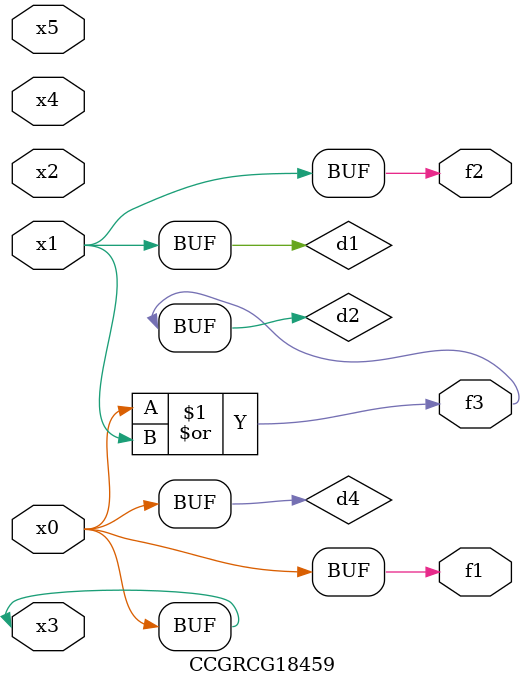
<source format=v>
module CCGRCG18459(
	input x0, x1, x2, x3, x4, x5,
	output f1, f2, f3
);

	wire d1, d2, d3, d4;

	and (d1, x1);
	or (d2, x0, x1);
	nand (d3, x0, x5);
	buf (d4, x0, x3);
	assign f1 = d4;
	assign f2 = d1;
	assign f3 = d2;
endmodule

</source>
